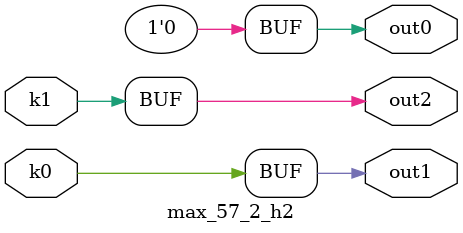
<source format=v>
module max_57_2(pi00, pi01, pi02, pi03, pi04, pi05, pi06, pi07, pi08, pi09, po0, po1, po2);
input pi00, pi01, pi02, pi03, pi04, pi05, pi06, pi07, pi08, pi09;
output po0, po1, po2;
wire k0, k1;
max_57_2_w2 DUT1 (pi00, pi01, pi02, pi03, pi04, pi05, pi06, pi07, pi08, pi09, k0, k1);
max_57_2_h2 DUT2 (k0, k1, po0, po1, po2);
endmodule

module max_57_2_w2(in9, in8, in7, in6, in5, in4, in3, in2, in1, in0, k1, k0);
input in9, in8, in7, in6, in5, in4, in3, in2, in1, in0;
output k1, k0;
assign k0 =   in6 ? in2 : in3;
assign k1 =   (((~in3 | (in2 & (in9 | in8))) & (in2 | in9 | in8)) | (in1 & ~in0) | (in5 & ~in4)) & (in5 | (~in4 & (in1 | ~in0))) & ~in7 & (in1 | ~in0 | ~in4);
endmodule

module max_57_2_h2(k1, k0, out2, out1, out0);
input k1, k0;
output out2, out1, out0;
assign out0 = 0;
assign out1 = k0;
assign out2 = k1;
endmodule

</source>
